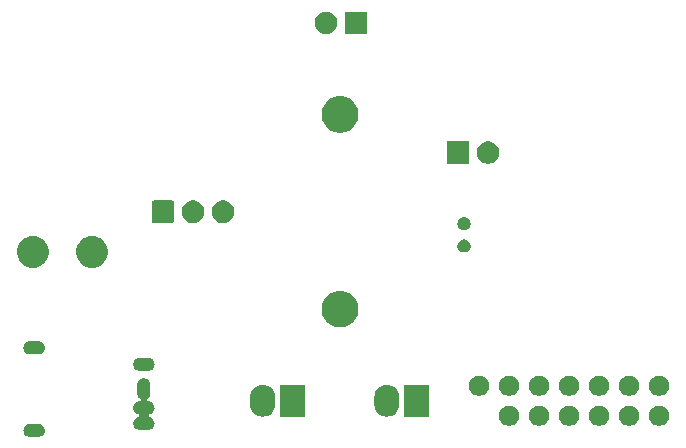
<source format=gbs>
G04 #@! TF.GenerationSoftware,KiCad,Pcbnew,5.0.2-bee76a0~70~ubuntu16.04.1*
G04 #@! TF.CreationDate,2019-02-05T22:35:56+05:30*
G04 #@! TF.ProjectId,senseBe_rev1,73656e73-6542-4655-9f72-6576312e6b69,rev?*
G04 #@! TF.SameCoordinates,Original*
G04 #@! TF.FileFunction,Soldermask,Bot*
G04 #@! TF.FilePolarity,Negative*
%FSLAX46Y46*%
G04 Gerber Fmt 4.6, Leading zero omitted, Abs format (unit mm)*
G04 Created by KiCad (PCBNEW 5.0.2-bee76a0~70~ubuntu16.04.1) date Tue Feb  5 22:35:56 2019*
%MOMM*%
%LPD*%
G01*
G04 APERTURE LIST*
G04 #@! TA.AperFunction,NonConductor*
%ADD10C,0.100000*%
G04 #@! TD*
G04 APERTURE END LIST*
D10*
G36*
X4558015Y-37956973D02*
X4661879Y-37988479D01*
X4757600Y-38039644D01*
X4841501Y-38108499D01*
X4910356Y-38192400D01*
X4961521Y-38288121D01*
X4993027Y-38391985D01*
X5003666Y-38500000D01*
X4993027Y-38608015D01*
X4961521Y-38711879D01*
X4910356Y-38807600D01*
X4841501Y-38891501D01*
X4757600Y-38960356D01*
X4661879Y-39011521D01*
X4558015Y-39043027D01*
X4477067Y-39051000D01*
X3722933Y-39051000D01*
X3641985Y-39043027D01*
X3538121Y-39011521D01*
X3442400Y-38960356D01*
X3358499Y-38891501D01*
X3289644Y-38807600D01*
X3238479Y-38711879D01*
X3206973Y-38608015D01*
X3196334Y-38500000D01*
X3206973Y-38391985D01*
X3238479Y-38288121D01*
X3289644Y-38192400D01*
X3358499Y-38108499D01*
X3442400Y-38039644D01*
X3538121Y-37988479D01*
X3641985Y-37956973D01*
X3722933Y-37949000D01*
X4477067Y-37949000D01*
X4558015Y-37956973D01*
X4558015Y-37956973D01*
G37*
G36*
X13508015Y-34106973D02*
X13611879Y-34138479D01*
X13707600Y-34189644D01*
X13791501Y-34258499D01*
X13860356Y-34342400D01*
X13911521Y-34438121D01*
X13943027Y-34541985D01*
X13951000Y-34622933D01*
X13951000Y-35377067D01*
X13943027Y-35458015D01*
X13911521Y-35561879D01*
X13860356Y-35657600D01*
X13791501Y-35741501D01*
X13707600Y-35810356D01*
X13701223Y-35813764D01*
X13680855Y-35827374D01*
X13663528Y-35844701D01*
X13649914Y-35865075D01*
X13640536Y-35887714D01*
X13635756Y-35911748D01*
X13635756Y-35936252D01*
X13640536Y-35960285D01*
X13649914Y-35982924D01*
X13663528Y-36003299D01*
X13680855Y-36020626D01*
X13701229Y-36034240D01*
X13723868Y-36043618D01*
X13747902Y-36048398D01*
X13760154Y-36049000D01*
X13777067Y-36049000D01*
X13858015Y-36056973D01*
X13961879Y-36088479D01*
X14057600Y-36139644D01*
X14141501Y-36208499D01*
X14210356Y-36292400D01*
X14261521Y-36388121D01*
X14293027Y-36491985D01*
X14303666Y-36600000D01*
X14293027Y-36708015D01*
X14261521Y-36811879D01*
X14210356Y-36907600D01*
X14141501Y-36991501D01*
X14057600Y-37060356D01*
X13961879Y-37111521D01*
X13899690Y-37130385D01*
X13877059Y-37139760D01*
X13856684Y-37153374D01*
X13839357Y-37170701D01*
X13825743Y-37191075D01*
X13816366Y-37213714D01*
X13811585Y-37237748D01*
X13811585Y-37262252D01*
X13816365Y-37286285D01*
X13825743Y-37308924D01*
X13839357Y-37329299D01*
X13856684Y-37346626D01*
X13877058Y-37360240D01*
X13899690Y-37369615D01*
X13961879Y-37388479D01*
X14057600Y-37439644D01*
X14141501Y-37508499D01*
X14210356Y-37592400D01*
X14261521Y-37688121D01*
X14293027Y-37791985D01*
X14303666Y-37900000D01*
X14293027Y-38008015D01*
X14261521Y-38111879D01*
X14210356Y-38207600D01*
X14141501Y-38291501D01*
X14057600Y-38360356D01*
X13961879Y-38411521D01*
X13858015Y-38443027D01*
X13777067Y-38451000D01*
X13022933Y-38451000D01*
X12941985Y-38443027D01*
X12838121Y-38411521D01*
X12742400Y-38360356D01*
X12658499Y-38291501D01*
X12589644Y-38207600D01*
X12538479Y-38111879D01*
X12506973Y-38008015D01*
X12496334Y-37900000D01*
X12506973Y-37791985D01*
X12538479Y-37688121D01*
X12589644Y-37592400D01*
X12658499Y-37508499D01*
X12742400Y-37439644D01*
X12838121Y-37388479D01*
X12900310Y-37369615D01*
X12922941Y-37360240D01*
X12943316Y-37346626D01*
X12960643Y-37329299D01*
X12974257Y-37308925D01*
X12983634Y-37286286D01*
X12988415Y-37262252D01*
X12988415Y-37237748D01*
X12983635Y-37213715D01*
X12974257Y-37191076D01*
X12960643Y-37170701D01*
X12943316Y-37153374D01*
X12922942Y-37139760D01*
X12900310Y-37130385D01*
X12838121Y-37111521D01*
X12742400Y-37060356D01*
X12658499Y-36991501D01*
X12589644Y-36907600D01*
X12538479Y-36811879D01*
X12506973Y-36708015D01*
X12496334Y-36600000D01*
X12506973Y-36491985D01*
X12538479Y-36388121D01*
X12589644Y-36292400D01*
X12658499Y-36208499D01*
X12742400Y-36139644D01*
X12838121Y-36088479D01*
X12941985Y-36056973D01*
X13022933Y-36049000D01*
X13039845Y-36049000D01*
X13064231Y-36046598D01*
X13087680Y-36039485D01*
X13109291Y-36027934D01*
X13128233Y-36012388D01*
X13143779Y-35993446D01*
X13155330Y-35971835D01*
X13162443Y-35948386D01*
X13164845Y-35924000D01*
X13162443Y-35899614D01*
X13155330Y-35876165D01*
X13143779Y-35854554D01*
X13128233Y-35835612D01*
X13109291Y-35820066D01*
X13098775Y-35813763D01*
X13092400Y-35810356D01*
X13008499Y-35741501D01*
X12939644Y-35657600D01*
X12888479Y-35561878D01*
X12856973Y-35458014D01*
X12849000Y-35377066D01*
X12849000Y-34622933D01*
X12856973Y-34541985D01*
X12875239Y-34481772D01*
X12888479Y-34438124D01*
X12888480Y-34438121D01*
X12939645Y-34342400D01*
X13008500Y-34258499D01*
X13092401Y-34189644D01*
X13188122Y-34138479D01*
X13291986Y-34106973D01*
X13400000Y-34096334D01*
X13508015Y-34106973D01*
X13508015Y-34106973D01*
G37*
G36*
X57268228Y-36451703D02*
X57423100Y-36515853D01*
X57562481Y-36608985D01*
X57681015Y-36727519D01*
X57774147Y-36866900D01*
X57838297Y-37021772D01*
X57871000Y-37186184D01*
X57871000Y-37353816D01*
X57838297Y-37518228D01*
X57774147Y-37673100D01*
X57681015Y-37812481D01*
X57562481Y-37931015D01*
X57423100Y-38024147D01*
X57268228Y-38088297D01*
X57103816Y-38121000D01*
X56936184Y-38121000D01*
X56771772Y-38088297D01*
X56616900Y-38024147D01*
X56477519Y-37931015D01*
X56358985Y-37812481D01*
X56265853Y-37673100D01*
X56201703Y-37518228D01*
X56169000Y-37353816D01*
X56169000Y-37186184D01*
X56201703Y-37021772D01*
X56265853Y-36866900D01*
X56358985Y-36727519D01*
X56477519Y-36608985D01*
X56616900Y-36515853D01*
X56771772Y-36451703D01*
X56936184Y-36419000D01*
X57103816Y-36419000D01*
X57268228Y-36451703D01*
X57268228Y-36451703D01*
G37*
G36*
X54728228Y-36451703D02*
X54883100Y-36515853D01*
X55022481Y-36608985D01*
X55141015Y-36727519D01*
X55234147Y-36866900D01*
X55298297Y-37021772D01*
X55331000Y-37186184D01*
X55331000Y-37353816D01*
X55298297Y-37518228D01*
X55234147Y-37673100D01*
X55141015Y-37812481D01*
X55022481Y-37931015D01*
X54883100Y-38024147D01*
X54728228Y-38088297D01*
X54563816Y-38121000D01*
X54396184Y-38121000D01*
X54231772Y-38088297D01*
X54076900Y-38024147D01*
X53937519Y-37931015D01*
X53818985Y-37812481D01*
X53725853Y-37673100D01*
X53661703Y-37518228D01*
X53629000Y-37353816D01*
X53629000Y-37186184D01*
X53661703Y-37021772D01*
X53725853Y-36866900D01*
X53818985Y-36727519D01*
X53937519Y-36608985D01*
X54076900Y-36515853D01*
X54231772Y-36451703D01*
X54396184Y-36419000D01*
X54563816Y-36419000D01*
X54728228Y-36451703D01*
X54728228Y-36451703D01*
G37*
G36*
X52188228Y-36451703D02*
X52343100Y-36515853D01*
X52482481Y-36608985D01*
X52601015Y-36727519D01*
X52694147Y-36866900D01*
X52758297Y-37021772D01*
X52791000Y-37186184D01*
X52791000Y-37353816D01*
X52758297Y-37518228D01*
X52694147Y-37673100D01*
X52601015Y-37812481D01*
X52482481Y-37931015D01*
X52343100Y-38024147D01*
X52188228Y-38088297D01*
X52023816Y-38121000D01*
X51856184Y-38121000D01*
X51691772Y-38088297D01*
X51536900Y-38024147D01*
X51397519Y-37931015D01*
X51278985Y-37812481D01*
X51185853Y-37673100D01*
X51121703Y-37518228D01*
X51089000Y-37353816D01*
X51089000Y-37186184D01*
X51121703Y-37021772D01*
X51185853Y-36866900D01*
X51278985Y-36727519D01*
X51397519Y-36608985D01*
X51536900Y-36515853D01*
X51691772Y-36451703D01*
X51856184Y-36419000D01*
X52023816Y-36419000D01*
X52188228Y-36451703D01*
X52188228Y-36451703D01*
G37*
G36*
X49648228Y-36451703D02*
X49803100Y-36515853D01*
X49942481Y-36608985D01*
X50061015Y-36727519D01*
X50154147Y-36866900D01*
X50218297Y-37021772D01*
X50251000Y-37186184D01*
X50251000Y-37353816D01*
X50218297Y-37518228D01*
X50154147Y-37673100D01*
X50061015Y-37812481D01*
X49942481Y-37931015D01*
X49803100Y-38024147D01*
X49648228Y-38088297D01*
X49483816Y-38121000D01*
X49316184Y-38121000D01*
X49151772Y-38088297D01*
X48996900Y-38024147D01*
X48857519Y-37931015D01*
X48738985Y-37812481D01*
X48645853Y-37673100D01*
X48581703Y-37518228D01*
X48549000Y-37353816D01*
X48549000Y-37186184D01*
X48581703Y-37021772D01*
X48645853Y-36866900D01*
X48738985Y-36727519D01*
X48857519Y-36608985D01*
X48996900Y-36515853D01*
X49151772Y-36451703D01*
X49316184Y-36419000D01*
X49483816Y-36419000D01*
X49648228Y-36451703D01*
X49648228Y-36451703D01*
G37*
G36*
X47108228Y-36451703D02*
X47263100Y-36515853D01*
X47402481Y-36608985D01*
X47521015Y-36727519D01*
X47614147Y-36866900D01*
X47678297Y-37021772D01*
X47711000Y-37186184D01*
X47711000Y-37353816D01*
X47678297Y-37518228D01*
X47614147Y-37673100D01*
X47521015Y-37812481D01*
X47402481Y-37931015D01*
X47263100Y-38024147D01*
X47108228Y-38088297D01*
X46943816Y-38121000D01*
X46776184Y-38121000D01*
X46611772Y-38088297D01*
X46456900Y-38024147D01*
X46317519Y-37931015D01*
X46198985Y-37812481D01*
X46105853Y-37673100D01*
X46041703Y-37518228D01*
X46009000Y-37353816D01*
X46009000Y-37186184D01*
X46041703Y-37021772D01*
X46105853Y-36866900D01*
X46198985Y-36727519D01*
X46317519Y-36608985D01*
X46456900Y-36515853D01*
X46611772Y-36451703D01*
X46776184Y-36419000D01*
X46943816Y-36419000D01*
X47108228Y-36451703D01*
X47108228Y-36451703D01*
G37*
G36*
X44568228Y-36451703D02*
X44723100Y-36515853D01*
X44862481Y-36608985D01*
X44981015Y-36727519D01*
X45074147Y-36866900D01*
X45138297Y-37021772D01*
X45171000Y-37186184D01*
X45171000Y-37353816D01*
X45138297Y-37518228D01*
X45074147Y-37673100D01*
X44981015Y-37812481D01*
X44862481Y-37931015D01*
X44723100Y-38024147D01*
X44568228Y-38088297D01*
X44403816Y-38121000D01*
X44236184Y-38121000D01*
X44071772Y-38088297D01*
X43916900Y-38024147D01*
X43777519Y-37931015D01*
X43658985Y-37812481D01*
X43565853Y-37673100D01*
X43501703Y-37518228D01*
X43469000Y-37353816D01*
X43469000Y-37186184D01*
X43501703Y-37021772D01*
X43565853Y-36866900D01*
X43658985Y-36727519D01*
X43777519Y-36608985D01*
X43916900Y-36515853D01*
X44071772Y-36451703D01*
X44236184Y-36419000D01*
X44403816Y-36419000D01*
X44568228Y-36451703D01*
X44568228Y-36451703D01*
G37*
G36*
X34166032Y-34664207D02*
X34364146Y-34724305D01*
X34546729Y-34821897D01*
X34706765Y-34953235D01*
X34838103Y-35113271D01*
X34883531Y-35198261D01*
X34935695Y-35295853D01*
X34960331Y-35377067D01*
X34995793Y-35493969D01*
X35011000Y-35648371D01*
X35011000Y-36351630D01*
X34995793Y-36506032D01*
X34935695Y-36704146D01*
X34838103Y-36886729D01*
X34820974Y-36907601D01*
X34706768Y-37046762D01*
X34706766Y-37046763D01*
X34706765Y-37046765D01*
X34546729Y-37178103D01*
X34364145Y-37275695D01*
X34166031Y-37335793D01*
X33960000Y-37356085D01*
X33753968Y-37335793D01*
X33555854Y-37275695D01*
X33373271Y-37178103D01*
X33309257Y-37125568D01*
X33213238Y-37046768D01*
X33213237Y-37046766D01*
X33213235Y-37046765D01*
X33081897Y-36886729D01*
X32990224Y-36715219D01*
X32984306Y-36704147D01*
X32984305Y-36704145D01*
X32924207Y-36506031D01*
X32909000Y-36351629D01*
X32909000Y-35648370D01*
X32924207Y-35493968D01*
X32964273Y-35361892D01*
X32984306Y-35295852D01*
X33081899Y-35113269D01*
X33213236Y-34953235D01*
X33373270Y-34821899D01*
X33373272Y-34821897D01*
X33555855Y-34724305D01*
X33753969Y-34664207D01*
X33960000Y-34643915D01*
X34166032Y-34664207D01*
X34166032Y-34664207D01*
G37*
G36*
X23666032Y-34664207D02*
X23864146Y-34724305D01*
X24046729Y-34821897D01*
X24206765Y-34953235D01*
X24338103Y-35113271D01*
X24383531Y-35198261D01*
X24435695Y-35295853D01*
X24460331Y-35377067D01*
X24495793Y-35493969D01*
X24511000Y-35648371D01*
X24511000Y-36351630D01*
X24495793Y-36506032D01*
X24435695Y-36704146D01*
X24338103Y-36886729D01*
X24320974Y-36907601D01*
X24206768Y-37046762D01*
X24206766Y-37046763D01*
X24206765Y-37046765D01*
X24046729Y-37178103D01*
X23864145Y-37275695D01*
X23666031Y-37335793D01*
X23460000Y-37356085D01*
X23253968Y-37335793D01*
X23055854Y-37275695D01*
X22873271Y-37178103D01*
X22809257Y-37125568D01*
X22713238Y-37046768D01*
X22713237Y-37046766D01*
X22713235Y-37046765D01*
X22581897Y-36886729D01*
X22490224Y-36715219D01*
X22484306Y-36704147D01*
X22484305Y-36704145D01*
X22424207Y-36506031D01*
X22409000Y-36351629D01*
X22409000Y-35648370D01*
X22424207Y-35493968D01*
X22464273Y-35361892D01*
X22484306Y-35295852D01*
X22581899Y-35113269D01*
X22713236Y-34953235D01*
X22873270Y-34821899D01*
X22873272Y-34821897D01*
X23055855Y-34724305D01*
X23253969Y-34664207D01*
X23460000Y-34643915D01*
X23666032Y-34664207D01*
X23666032Y-34664207D01*
G37*
G36*
X37551000Y-37351000D02*
X35449000Y-37351000D01*
X35449000Y-34649000D01*
X37551000Y-34649000D01*
X37551000Y-37351000D01*
X37551000Y-37351000D01*
G37*
G36*
X27051000Y-37351000D02*
X24949000Y-37351000D01*
X24949000Y-34649000D01*
X27051000Y-34649000D01*
X27051000Y-37351000D01*
X27051000Y-37351000D01*
G37*
G36*
X52188228Y-33911703D02*
X52343100Y-33975853D01*
X52482481Y-34068985D01*
X52601015Y-34187519D01*
X52694147Y-34326900D01*
X52758297Y-34481772D01*
X52791000Y-34646184D01*
X52791000Y-34813816D01*
X52758297Y-34978228D01*
X52694147Y-35133100D01*
X52601015Y-35272481D01*
X52482481Y-35391015D01*
X52343100Y-35484147D01*
X52188228Y-35548297D01*
X52023816Y-35581000D01*
X51856184Y-35581000D01*
X51691772Y-35548297D01*
X51536900Y-35484147D01*
X51397519Y-35391015D01*
X51278985Y-35272481D01*
X51185853Y-35133100D01*
X51121703Y-34978228D01*
X51089000Y-34813816D01*
X51089000Y-34646184D01*
X51121703Y-34481772D01*
X51185853Y-34326900D01*
X51278985Y-34187519D01*
X51397519Y-34068985D01*
X51536900Y-33975853D01*
X51691772Y-33911703D01*
X51856184Y-33879000D01*
X52023816Y-33879000D01*
X52188228Y-33911703D01*
X52188228Y-33911703D01*
G37*
G36*
X42028228Y-33911703D02*
X42183100Y-33975853D01*
X42322481Y-34068985D01*
X42441015Y-34187519D01*
X42534147Y-34326900D01*
X42598297Y-34481772D01*
X42631000Y-34646184D01*
X42631000Y-34813816D01*
X42598297Y-34978228D01*
X42534147Y-35133100D01*
X42441015Y-35272481D01*
X42322481Y-35391015D01*
X42183100Y-35484147D01*
X42028228Y-35548297D01*
X41863816Y-35581000D01*
X41696184Y-35581000D01*
X41531772Y-35548297D01*
X41376900Y-35484147D01*
X41237519Y-35391015D01*
X41118985Y-35272481D01*
X41025853Y-35133100D01*
X40961703Y-34978228D01*
X40929000Y-34813816D01*
X40929000Y-34646184D01*
X40961703Y-34481772D01*
X41025853Y-34326900D01*
X41118985Y-34187519D01*
X41237519Y-34068985D01*
X41376900Y-33975853D01*
X41531772Y-33911703D01*
X41696184Y-33879000D01*
X41863816Y-33879000D01*
X42028228Y-33911703D01*
X42028228Y-33911703D01*
G37*
G36*
X54728228Y-33911703D02*
X54883100Y-33975853D01*
X55022481Y-34068985D01*
X55141015Y-34187519D01*
X55234147Y-34326900D01*
X55298297Y-34481772D01*
X55331000Y-34646184D01*
X55331000Y-34813816D01*
X55298297Y-34978228D01*
X55234147Y-35133100D01*
X55141015Y-35272481D01*
X55022481Y-35391015D01*
X54883100Y-35484147D01*
X54728228Y-35548297D01*
X54563816Y-35581000D01*
X54396184Y-35581000D01*
X54231772Y-35548297D01*
X54076900Y-35484147D01*
X53937519Y-35391015D01*
X53818985Y-35272481D01*
X53725853Y-35133100D01*
X53661703Y-34978228D01*
X53629000Y-34813816D01*
X53629000Y-34646184D01*
X53661703Y-34481772D01*
X53725853Y-34326900D01*
X53818985Y-34187519D01*
X53937519Y-34068985D01*
X54076900Y-33975853D01*
X54231772Y-33911703D01*
X54396184Y-33879000D01*
X54563816Y-33879000D01*
X54728228Y-33911703D01*
X54728228Y-33911703D01*
G37*
G36*
X44568228Y-33911703D02*
X44723100Y-33975853D01*
X44862481Y-34068985D01*
X44981015Y-34187519D01*
X45074147Y-34326900D01*
X45138297Y-34481772D01*
X45171000Y-34646184D01*
X45171000Y-34813816D01*
X45138297Y-34978228D01*
X45074147Y-35133100D01*
X44981015Y-35272481D01*
X44862481Y-35391015D01*
X44723100Y-35484147D01*
X44568228Y-35548297D01*
X44403816Y-35581000D01*
X44236184Y-35581000D01*
X44071772Y-35548297D01*
X43916900Y-35484147D01*
X43777519Y-35391015D01*
X43658985Y-35272481D01*
X43565853Y-35133100D01*
X43501703Y-34978228D01*
X43469000Y-34813816D01*
X43469000Y-34646184D01*
X43501703Y-34481772D01*
X43565853Y-34326900D01*
X43658985Y-34187519D01*
X43777519Y-34068985D01*
X43916900Y-33975853D01*
X44071772Y-33911703D01*
X44236184Y-33879000D01*
X44403816Y-33879000D01*
X44568228Y-33911703D01*
X44568228Y-33911703D01*
G37*
G36*
X47108228Y-33911703D02*
X47263100Y-33975853D01*
X47402481Y-34068985D01*
X47521015Y-34187519D01*
X47614147Y-34326900D01*
X47678297Y-34481772D01*
X47711000Y-34646184D01*
X47711000Y-34813816D01*
X47678297Y-34978228D01*
X47614147Y-35133100D01*
X47521015Y-35272481D01*
X47402481Y-35391015D01*
X47263100Y-35484147D01*
X47108228Y-35548297D01*
X46943816Y-35581000D01*
X46776184Y-35581000D01*
X46611772Y-35548297D01*
X46456900Y-35484147D01*
X46317519Y-35391015D01*
X46198985Y-35272481D01*
X46105853Y-35133100D01*
X46041703Y-34978228D01*
X46009000Y-34813816D01*
X46009000Y-34646184D01*
X46041703Y-34481772D01*
X46105853Y-34326900D01*
X46198985Y-34187519D01*
X46317519Y-34068985D01*
X46456900Y-33975853D01*
X46611772Y-33911703D01*
X46776184Y-33879000D01*
X46943816Y-33879000D01*
X47108228Y-33911703D01*
X47108228Y-33911703D01*
G37*
G36*
X49648228Y-33911703D02*
X49803100Y-33975853D01*
X49942481Y-34068985D01*
X50061015Y-34187519D01*
X50154147Y-34326900D01*
X50218297Y-34481772D01*
X50251000Y-34646184D01*
X50251000Y-34813816D01*
X50218297Y-34978228D01*
X50154147Y-35133100D01*
X50061015Y-35272481D01*
X49942481Y-35391015D01*
X49803100Y-35484147D01*
X49648228Y-35548297D01*
X49483816Y-35581000D01*
X49316184Y-35581000D01*
X49151772Y-35548297D01*
X48996900Y-35484147D01*
X48857519Y-35391015D01*
X48738985Y-35272481D01*
X48645853Y-35133100D01*
X48581703Y-34978228D01*
X48549000Y-34813816D01*
X48549000Y-34646184D01*
X48581703Y-34481772D01*
X48645853Y-34326900D01*
X48738985Y-34187519D01*
X48857519Y-34068985D01*
X48996900Y-33975853D01*
X49151772Y-33911703D01*
X49316184Y-33879000D01*
X49483816Y-33879000D01*
X49648228Y-33911703D01*
X49648228Y-33911703D01*
G37*
G36*
X57268228Y-33911703D02*
X57423100Y-33975853D01*
X57562481Y-34068985D01*
X57681015Y-34187519D01*
X57774147Y-34326900D01*
X57838297Y-34481772D01*
X57871000Y-34646184D01*
X57871000Y-34813816D01*
X57838297Y-34978228D01*
X57774147Y-35133100D01*
X57681015Y-35272481D01*
X57562481Y-35391015D01*
X57423100Y-35484147D01*
X57268228Y-35548297D01*
X57103816Y-35581000D01*
X56936184Y-35581000D01*
X56771772Y-35548297D01*
X56616900Y-35484147D01*
X56477519Y-35391015D01*
X56358985Y-35272481D01*
X56265853Y-35133100D01*
X56201703Y-34978228D01*
X56169000Y-34813816D01*
X56169000Y-34646184D01*
X56201703Y-34481772D01*
X56265853Y-34326900D01*
X56358985Y-34187519D01*
X56477519Y-34068985D01*
X56616900Y-33975853D01*
X56771772Y-33911703D01*
X56936184Y-33879000D01*
X57103816Y-33879000D01*
X57268228Y-33911703D01*
X57268228Y-33911703D01*
G37*
G36*
X13858015Y-32356973D02*
X13961879Y-32388479D01*
X14057600Y-32439644D01*
X14141501Y-32508499D01*
X14210356Y-32592400D01*
X14261521Y-32688121D01*
X14293027Y-32791985D01*
X14303666Y-32900000D01*
X14293027Y-33008015D01*
X14261521Y-33111879D01*
X14210356Y-33207600D01*
X14141501Y-33291501D01*
X14057600Y-33360356D01*
X13961879Y-33411521D01*
X13858015Y-33443027D01*
X13777067Y-33451000D01*
X13022933Y-33451000D01*
X12941985Y-33443027D01*
X12838121Y-33411521D01*
X12742400Y-33360356D01*
X12658499Y-33291501D01*
X12589644Y-33207600D01*
X12538479Y-33111879D01*
X12506973Y-33008015D01*
X12496334Y-32900000D01*
X12506973Y-32791985D01*
X12538479Y-32688121D01*
X12589644Y-32592400D01*
X12658499Y-32508499D01*
X12742400Y-32439644D01*
X12838121Y-32388479D01*
X12941985Y-32356973D01*
X13022933Y-32349000D01*
X13777067Y-32349000D01*
X13858015Y-32356973D01*
X13858015Y-32356973D01*
G37*
G36*
X4558015Y-30956973D02*
X4661879Y-30988479D01*
X4757600Y-31039644D01*
X4841501Y-31108499D01*
X4910356Y-31192400D01*
X4961521Y-31288121D01*
X4993027Y-31391985D01*
X5003666Y-31500000D01*
X4993027Y-31608015D01*
X4961521Y-31711879D01*
X4910356Y-31807600D01*
X4841501Y-31891501D01*
X4757600Y-31960356D01*
X4661879Y-32011521D01*
X4558015Y-32043027D01*
X4477067Y-32051000D01*
X3722933Y-32051000D01*
X3641985Y-32043027D01*
X3538121Y-32011521D01*
X3442400Y-31960356D01*
X3358499Y-31891501D01*
X3289644Y-31807600D01*
X3238479Y-31711879D01*
X3206973Y-31608015D01*
X3196334Y-31500000D01*
X3206973Y-31391985D01*
X3238479Y-31288121D01*
X3289644Y-31192400D01*
X3358499Y-31108499D01*
X3442400Y-31039644D01*
X3538121Y-30988479D01*
X3641985Y-30956973D01*
X3722933Y-30949000D01*
X4477067Y-30949000D01*
X4558015Y-30956973D01*
X4558015Y-30956973D01*
G37*
G36*
X30352527Y-26738736D02*
X30452410Y-26758604D01*
X30734674Y-26875521D01*
X30988705Y-27045259D01*
X31204741Y-27261295D01*
X31374479Y-27515326D01*
X31491396Y-27797590D01*
X31551000Y-28097240D01*
X31551000Y-28402760D01*
X31491396Y-28702410D01*
X31374479Y-28984674D01*
X31204741Y-29238705D01*
X30988705Y-29454741D01*
X30734674Y-29624479D01*
X30452410Y-29741396D01*
X30352527Y-29761264D01*
X30152762Y-29801000D01*
X29847238Y-29801000D01*
X29647473Y-29761264D01*
X29547590Y-29741396D01*
X29265326Y-29624479D01*
X29011295Y-29454741D01*
X28795259Y-29238705D01*
X28625521Y-28984674D01*
X28508604Y-28702410D01*
X28449000Y-28402760D01*
X28449000Y-28097240D01*
X28508604Y-27797590D01*
X28625521Y-27515326D01*
X28795259Y-27261295D01*
X29011295Y-27045259D01*
X29265326Y-26875521D01*
X29547590Y-26758604D01*
X29647473Y-26738736D01*
X29847238Y-26699000D01*
X30152762Y-26699000D01*
X30352527Y-26738736D01*
X30352527Y-26738736D01*
G37*
G36*
X9263567Y-22074959D02*
X9394072Y-22100918D01*
X9639939Y-22202759D01*
X9858802Y-22349000D01*
X9861215Y-22350612D01*
X10049388Y-22538785D01*
X10049390Y-22538788D01*
X10197241Y-22760061D01*
X10299082Y-23005928D01*
X10299082Y-23005929D01*
X10347879Y-23251245D01*
X10351000Y-23266938D01*
X10351000Y-23533062D01*
X10299082Y-23794072D01*
X10197241Y-24039939D01*
X10049890Y-24260464D01*
X10049388Y-24261215D01*
X9861215Y-24449388D01*
X9861212Y-24449390D01*
X9639939Y-24597241D01*
X9394072Y-24699082D01*
X9263567Y-24725041D01*
X9133063Y-24751000D01*
X8866937Y-24751000D01*
X8736433Y-24725041D01*
X8605928Y-24699082D01*
X8360061Y-24597241D01*
X8138788Y-24449390D01*
X8138785Y-24449388D01*
X7950612Y-24261215D01*
X7950110Y-24260464D01*
X7802759Y-24039939D01*
X7700918Y-23794072D01*
X7649000Y-23533062D01*
X7649000Y-23266938D01*
X7652122Y-23251245D01*
X7700918Y-23005929D01*
X7700918Y-23005928D01*
X7802759Y-22760061D01*
X7950610Y-22538788D01*
X7950612Y-22538785D01*
X8138785Y-22350612D01*
X8141198Y-22349000D01*
X8360061Y-22202759D01*
X8605928Y-22100918D01*
X8736433Y-22074959D01*
X8866937Y-22049000D01*
X9133063Y-22049000D01*
X9263567Y-22074959D01*
X9263567Y-22074959D01*
G37*
G36*
X4263567Y-22074959D02*
X4394072Y-22100918D01*
X4639939Y-22202759D01*
X4858802Y-22349000D01*
X4861215Y-22350612D01*
X5049388Y-22538785D01*
X5049390Y-22538788D01*
X5197241Y-22760061D01*
X5299082Y-23005928D01*
X5299082Y-23005929D01*
X5347879Y-23251245D01*
X5351000Y-23266938D01*
X5351000Y-23533062D01*
X5299082Y-23794072D01*
X5197241Y-24039939D01*
X5049890Y-24260464D01*
X5049388Y-24261215D01*
X4861215Y-24449388D01*
X4861212Y-24449390D01*
X4639939Y-24597241D01*
X4394072Y-24699082D01*
X4263567Y-24725041D01*
X4133063Y-24751000D01*
X3866937Y-24751000D01*
X3736433Y-24725041D01*
X3605928Y-24699082D01*
X3360061Y-24597241D01*
X3138788Y-24449390D01*
X3138785Y-24449388D01*
X2950612Y-24261215D01*
X2950110Y-24260464D01*
X2802759Y-24039939D01*
X2700918Y-23794072D01*
X2649000Y-23533062D01*
X2649000Y-23266938D01*
X2652122Y-23251245D01*
X2700918Y-23005929D01*
X2700918Y-23005928D01*
X2802759Y-22760061D01*
X2950610Y-22538788D01*
X2950612Y-22538785D01*
X3138785Y-22350612D01*
X3141198Y-22349000D01*
X3360061Y-22202759D01*
X3605928Y-22100918D01*
X3736433Y-22074959D01*
X3866937Y-22049000D01*
X4133063Y-22049000D01*
X4263567Y-22074959D01*
X4263567Y-22074959D01*
G37*
G36*
X40660721Y-22370174D02*
X40760995Y-22411709D01*
X40851245Y-22472012D01*
X40927988Y-22548755D01*
X40988291Y-22639005D01*
X41029826Y-22739279D01*
X41051000Y-22845730D01*
X41051000Y-22954270D01*
X41029826Y-23060721D01*
X40988291Y-23160995D01*
X40927988Y-23251245D01*
X40851245Y-23327988D01*
X40760995Y-23388291D01*
X40660721Y-23429826D01*
X40554270Y-23451000D01*
X40445730Y-23451000D01*
X40339279Y-23429826D01*
X40239005Y-23388291D01*
X40148755Y-23327988D01*
X40072012Y-23251245D01*
X40011709Y-23160995D01*
X39970174Y-23060721D01*
X39949000Y-22954270D01*
X39949000Y-22845730D01*
X39970174Y-22739279D01*
X40011709Y-22639005D01*
X40072012Y-22548755D01*
X40148755Y-22472012D01*
X40239005Y-22411709D01*
X40339279Y-22370174D01*
X40445730Y-22349000D01*
X40554270Y-22349000D01*
X40660721Y-22370174D01*
X40660721Y-22370174D01*
G37*
G36*
X40660721Y-20470174D02*
X40760995Y-20511709D01*
X40851245Y-20572012D01*
X40927988Y-20648755D01*
X40988291Y-20739005D01*
X41029826Y-20839279D01*
X41051000Y-20945730D01*
X41051000Y-21054270D01*
X41029826Y-21160721D01*
X40988291Y-21260995D01*
X40927988Y-21351245D01*
X40851245Y-21427988D01*
X40760995Y-21488291D01*
X40660721Y-21529826D01*
X40554270Y-21551000D01*
X40445730Y-21551000D01*
X40339279Y-21529826D01*
X40239005Y-21488291D01*
X40148755Y-21427988D01*
X40072012Y-21351245D01*
X40011709Y-21260995D01*
X39970174Y-21160721D01*
X39949000Y-21054270D01*
X39949000Y-20945730D01*
X39970174Y-20839279D01*
X40011709Y-20739005D01*
X40072012Y-20648755D01*
X40148755Y-20572012D01*
X40239005Y-20511709D01*
X40339279Y-20470174D01*
X40445730Y-20449000D01*
X40554270Y-20449000D01*
X40660721Y-20470174D01*
X40660721Y-20470174D01*
G37*
G36*
X20357396Y-19085546D02*
X20530466Y-19157234D01*
X20686230Y-19261312D01*
X20818688Y-19393770D01*
X20922766Y-19549534D01*
X20994454Y-19722604D01*
X21031000Y-19906333D01*
X21031000Y-20093667D01*
X20994454Y-20277396D01*
X20922766Y-20450466D01*
X20818688Y-20606230D01*
X20686230Y-20738688D01*
X20530466Y-20842766D01*
X20357396Y-20914454D01*
X20173667Y-20951000D01*
X19986333Y-20951000D01*
X19802604Y-20914454D01*
X19629534Y-20842766D01*
X19473770Y-20738688D01*
X19341312Y-20606230D01*
X19237234Y-20450466D01*
X19165546Y-20277396D01*
X19129000Y-20093667D01*
X19129000Y-19906333D01*
X19165546Y-19722604D01*
X19237234Y-19549534D01*
X19341312Y-19393770D01*
X19473770Y-19261312D01*
X19629534Y-19157234D01*
X19802604Y-19085546D01*
X19986333Y-19049000D01*
X20173667Y-19049000D01*
X20357396Y-19085546D01*
X20357396Y-19085546D01*
G37*
G36*
X17817396Y-19085546D02*
X17990466Y-19157234D01*
X18146230Y-19261312D01*
X18278688Y-19393770D01*
X18382766Y-19549534D01*
X18454454Y-19722604D01*
X18491000Y-19906333D01*
X18491000Y-20093667D01*
X18454454Y-20277396D01*
X18382766Y-20450466D01*
X18278688Y-20606230D01*
X18146230Y-20738688D01*
X17990466Y-20842766D01*
X17817396Y-20914454D01*
X17633667Y-20951000D01*
X17446333Y-20951000D01*
X17262604Y-20914454D01*
X17089534Y-20842766D01*
X16933770Y-20738688D01*
X16801312Y-20606230D01*
X16697234Y-20450466D01*
X16625546Y-20277396D01*
X16589000Y-20093667D01*
X16589000Y-19906333D01*
X16625546Y-19722604D01*
X16697234Y-19549534D01*
X16801312Y-19393770D01*
X16933770Y-19261312D01*
X17089534Y-19157234D01*
X17262604Y-19085546D01*
X17446333Y-19049000D01*
X17633667Y-19049000D01*
X17817396Y-19085546D01*
X17817396Y-19085546D01*
G37*
G36*
X15810721Y-19052939D02*
X15843279Y-19062815D01*
X15873276Y-19078848D01*
X15899571Y-19100429D01*
X15921152Y-19126724D01*
X15937185Y-19156721D01*
X15947061Y-19189279D01*
X15951000Y-19229269D01*
X15951000Y-20770731D01*
X15947061Y-20810721D01*
X15937185Y-20843279D01*
X15921152Y-20873276D01*
X15899571Y-20899571D01*
X15873276Y-20921152D01*
X15843279Y-20937185D01*
X15810721Y-20947061D01*
X15770731Y-20951000D01*
X14229269Y-20951000D01*
X14189279Y-20947061D01*
X14156721Y-20937185D01*
X14126724Y-20921152D01*
X14100429Y-20899571D01*
X14078848Y-20873276D01*
X14062815Y-20843279D01*
X14052939Y-20810721D01*
X14049000Y-20770731D01*
X14049000Y-19229269D01*
X14052939Y-19189279D01*
X14062815Y-19156721D01*
X14078848Y-19126724D01*
X14100429Y-19100429D01*
X14126724Y-19078848D01*
X14156721Y-19062815D01*
X14189279Y-19052939D01*
X14229269Y-19049000D01*
X15770731Y-19049000D01*
X15810721Y-19052939D01*
X15810721Y-19052939D01*
G37*
G36*
X40951000Y-15951000D02*
X39049000Y-15951000D01*
X39049000Y-14049000D01*
X40951000Y-14049000D01*
X40951000Y-15951000D01*
X40951000Y-15951000D01*
G37*
G36*
X42817396Y-14085546D02*
X42990466Y-14157234D01*
X43146230Y-14261312D01*
X43278688Y-14393770D01*
X43382766Y-14549534D01*
X43454454Y-14722604D01*
X43491000Y-14906333D01*
X43491000Y-15093667D01*
X43454454Y-15277396D01*
X43382766Y-15450466D01*
X43278688Y-15606230D01*
X43146230Y-15738688D01*
X42990466Y-15842766D01*
X42817396Y-15914454D01*
X42633667Y-15951000D01*
X42446333Y-15951000D01*
X42262604Y-15914454D01*
X42089534Y-15842766D01*
X41933770Y-15738688D01*
X41801312Y-15606230D01*
X41697234Y-15450466D01*
X41625546Y-15277396D01*
X41589000Y-15093667D01*
X41589000Y-14906333D01*
X41625546Y-14722604D01*
X41697234Y-14549534D01*
X41801312Y-14393770D01*
X41933770Y-14261312D01*
X42089534Y-14157234D01*
X42262604Y-14085546D01*
X42446333Y-14049000D01*
X42633667Y-14049000D01*
X42817396Y-14085546D01*
X42817396Y-14085546D01*
G37*
G36*
X30352527Y-10238736D02*
X30452410Y-10258604D01*
X30734674Y-10375521D01*
X30988705Y-10545259D01*
X31204741Y-10761295D01*
X31374479Y-11015326D01*
X31491396Y-11297590D01*
X31551000Y-11597240D01*
X31551000Y-11902760D01*
X31491396Y-12202410D01*
X31374479Y-12484674D01*
X31204741Y-12738705D01*
X30988705Y-12954741D01*
X30734674Y-13124479D01*
X30452410Y-13241396D01*
X30352527Y-13261264D01*
X30152762Y-13301000D01*
X29847238Y-13301000D01*
X29647473Y-13261264D01*
X29547590Y-13241396D01*
X29265326Y-13124479D01*
X29011295Y-12954741D01*
X28795259Y-12738705D01*
X28625521Y-12484674D01*
X28508604Y-12202410D01*
X28449000Y-11902760D01*
X28449000Y-11597240D01*
X28508604Y-11297590D01*
X28625521Y-11015326D01*
X28795259Y-10761295D01*
X29011295Y-10545259D01*
X29265326Y-10375521D01*
X29547590Y-10258604D01*
X29647473Y-10238736D01*
X29847238Y-10199000D01*
X30152762Y-10199000D01*
X30352527Y-10238736D01*
X30352527Y-10238736D01*
G37*
G36*
X32301000Y-4951000D02*
X30399000Y-4951000D01*
X30399000Y-3049000D01*
X32301000Y-3049000D01*
X32301000Y-4951000D01*
X32301000Y-4951000D01*
G37*
G36*
X29087396Y-3085546D02*
X29260466Y-3157234D01*
X29416230Y-3261312D01*
X29548688Y-3393770D01*
X29652766Y-3549534D01*
X29724454Y-3722604D01*
X29761000Y-3906333D01*
X29761000Y-4093667D01*
X29724454Y-4277396D01*
X29652766Y-4450466D01*
X29548688Y-4606230D01*
X29416230Y-4738688D01*
X29260466Y-4842766D01*
X29087396Y-4914454D01*
X28903667Y-4951000D01*
X28716333Y-4951000D01*
X28532604Y-4914454D01*
X28359534Y-4842766D01*
X28203770Y-4738688D01*
X28071312Y-4606230D01*
X27967234Y-4450466D01*
X27895546Y-4277396D01*
X27859000Y-4093667D01*
X27859000Y-3906333D01*
X27895546Y-3722604D01*
X27967234Y-3549534D01*
X28071312Y-3393770D01*
X28203770Y-3261312D01*
X28359534Y-3157234D01*
X28532604Y-3085546D01*
X28716333Y-3049000D01*
X28903667Y-3049000D01*
X29087396Y-3085546D01*
X29087396Y-3085546D01*
G37*
M02*

</source>
